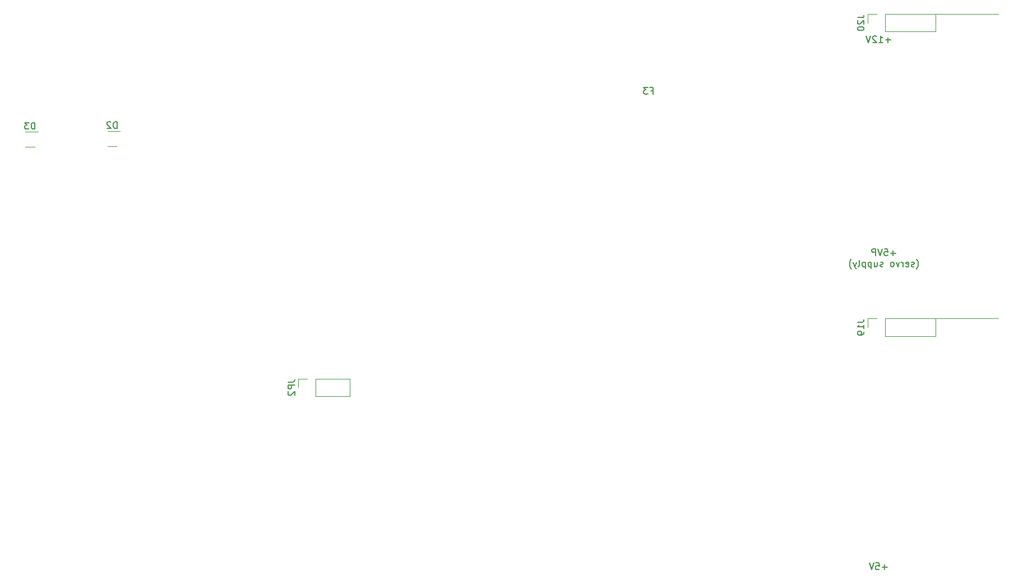
<source format=gbr>
G04 #@! TF.GenerationSoftware,KiCad,Pcbnew,(5.1.5)-3*
G04 #@! TF.CreationDate,2020-04-11T23:56:02-04:00*
G04 #@! TF.ProjectId,ventilator_shield,76656e74-696c-4617-946f-725f73686965,rev?*
G04 #@! TF.SameCoordinates,Original*
G04 #@! TF.FileFunction,Legend,Bot*
G04 #@! TF.FilePolarity,Positive*
%FSLAX46Y46*%
G04 Gerber Fmt 4.6, Leading zero omitted, Abs format (unit mm)*
G04 Created by KiCad (PCBNEW (5.1.5)-3) date 2020-04-11 23:56:02*
%MOMM*%
%LPD*%
G04 APERTURE LIST*
%ADD10C,0.150000*%
%ADD11C,0.120000*%
G04 APERTURE END LIST*
D10*
X183606314Y-119577348D02*
X182844409Y-119577348D01*
X183225361Y-119958300D02*
X183225361Y-119196396D01*
X181892028Y-118958300D02*
X182368219Y-118958300D01*
X182415838Y-119434491D01*
X182368219Y-119386872D01*
X182272980Y-119339253D01*
X182034885Y-119339253D01*
X181939647Y-119386872D01*
X181892028Y-119434491D01*
X181844409Y-119529729D01*
X181844409Y-119767824D01*
X181892028Y-119863062D01*
X181939647Y-119910681D01*
X182034885Y-119958300D01*
X182272980Y-119958300D01*
X182368219Y-119910681D01*
X182415838Y-119863062D01*
X181558695Y-118958300D02*
X181225361Y-119958300D01*
X180892028Y-118958300D01*
X184893714Y-72143348D02*
X184131809Y-72143348D01*
X184512761Y-72524300D02*
X184512761Y-71762396D01*
X183179428Y-71524300D02*
X183655619Y-71524300D01*
X183703238Y-72000491D01*
X183655619Y-71952872D01*
X183560380Y-71905253D01*
X183322285Y-71905253D01*
X183227047Y-71952872D01*
X183179428Y-72000491D01*
X183131809Y-72095729D01*
X183131809Y-72333824D01*
X183179428Y-72429062D01*
X183227047Y-72476681D01*
X183322285Y-72524300D01*
X183560380Y-72524300D01*
X183655619Y-72476681D01*
X183703238Y-72429062D01*
X182846095Y-71524300D02*
X182512761Y-72524300D01*
X182179428Y-71524300D01*
X181846095Y-72524300D02*
X181846095Y-71524300D01*
X181465142Y-71524300D01*
X181369904Y-71571920D01*
X181322285Y-71619539D01*
X181274666Y-71714777D01*
X181274666Y-71857634D01*
X181322285Y-71952872D01*
X181369904Y-72000491D01*
X181465142Y-72048110D01*
X181846095Y-72048110D01*
X188012761Y-74555253D02*
X188060380Y-74507634D01*
X188155619Y-74364777D01*
X188203238Y-74269539D01*
X188250857Y-74126681D01*
X188298476Y-73888586D01*
X188298476Y-73698110D01*
X188250857Y-73460015D01*
X188203238Y-73317158D01*
X188155619Y-73221920D01*
X188060380Y-73079062D01*
X188012761Y-73031443D01*
X187679428Y-74126681D02*
X187584190Y-74174300D01*
X187393714Y-74174300D01*
X187298476Y-74126681D01*
X187250857Y-74031443D01*
X187250857Y-73983824D01*
X187298476Y-73888586D01*
X187393714Y-73840967D01*
X187536571Y-73840967D01*
X187631809Y-73793348D01*
X187679428Y-73698110D01*
X187679428Y-73650491D01*
X187631809Y-73555253D01*
X187536571Y-73507634D01*
X187393714Y-73507634D01*
X187298476Y-73555253D01*
X186441333Y-74126681D02*
X186536571Y-74174300D01*
X186727047Y-74174300D01*
X186822285Y-74126681D01*
X186869904Y-74031443D01*
X186869904Y-73650491D01*
X186822285Y-73555253D01*
X186727047Y-73507634D01*
X186536571Y-73507634D01*
X186441333Y-73555253D01*
X186393714Y-73650491D01*
X186393714Y-73745729D01*
X186869904Y-73840967D01*
X185965142Y-74174300D02*
X185965142Y-73507634D01*
X185965142Y-73698110D02*
X185917523Y-73602872D01*
X185869904Y-73555253D01*
X185774666Y-73507634D01*
X185679428Y-73507634D01*
X185441333Y-73507634D02*
X185203238Y-74174300D01*
X184965142Y-73507634D01*
X184441333Y-74174300D02*
X184536571Y-74126681D01*
X184584190Y-74079062D01*
X184631809Y-73983824D01*
X184631809Y-73698110D01*
X184584190Y-73602872D01*
X184536571Y-73555253D01*
X184441333Y-73507634D01*
X184298476Y-73507634D01*
X184203238Y-73555253D01*
X184155619Y-73602872D01*
X184108000Y-73698110D01*
X184108000Y-73983824D01*
X184155619Y-74079062D01*
X184203238Y-74126681D01*
X184298476Y-74174300D01*
X184441333Y-74174300D01*
X182965142Y-74126681D02*
X182869904Y-74174300D01*
X182679428Y-74174300D01*
X182584190Y-74126681D01*
X182536571Y-74031443D01*
X182536571Y-73983824D01*
X182584190Y-73888586D01*
X182679428Y-73840967D01*
X182822285Y-73840967D01*
X182917523Y-73793348D01*
X182965142Y-73698110D01*
X182965142Y-73650491D01*
X182917523Y-73555253D01*
X182822285Y-73507634D01*
X182679428Y-73507634D01*
X182584190Y-73555253D01*
X181679428Y-73507634D02*
X181679428Y-74174300D01*
X182108000Y-73507634D02*
X182108000Y-74031443D01*
X182060380Y-74126681D01*
X181965142Y-74174300D01*
X181822285Y-74174300D01*
X181727047Y-74126681D01*
X181679428Y-74079062D01*
X181203238Y-73507634D02*
X181203238Y-74507634D01*
X181203238Y-73555253D02*
X181108000Y-73507634D01*
X180917523Y-73507634D01*
X180822285Y-73555253D01*
X180774666Y-73602872D01*
X180727047Y-73698110D01*
X180727047Y-73983824D01*
X180774666Y-74079062D01*
X180822285Y-74126681D01*
X180917523Y-74174300D01*
X181108000Y-74174300D01*
X181203238Y-74126681D01*
X180298476Y-73507634D02*
X180298476Y-74507634D01*
X180298476Y-73555253D02*
X180203238Y-73507634D01*
X180012761Y-73507634D01*
X179917523Y-73555253D01*
X179869904Y-73602872D01*
X179822285Y-73698110D01*
X179822285Y-73983824D01*
X179869904Y-74079062D01*
X179917523Y-74126681D01*
X180012761Y-74174300D01*
X180203238Y-74174300D01*
X180298476Y-74126681D01*
X179250857Y-74174300D02*
X179346095Y-74126681D01*
X179393714Y-74031443D01*
X179393714Y-73174300D01*
X178965142Y-73507634D02*
X178727047Y-74174300D01*
X178488952Y-73507634D02*
X178727047Y-74174300D01*
X178822285Y-74412396D01*
X178869904Y-74460015D01*
X178965142Y-74507634D01*
X178203238Y-74555253D02*
X178155619Y-74507634D01*
X178060380Y-74364777D01*
X178012761Y-74269539D01*
X177965142Y-74126681D01*
X177917523Y-73888586D01*
X177917523Y-73698110D01*
X177965142Y-73460015D01*
X178012761Y-73317158D01*
X178060380Y-73221920D01*
X178155619Y-73079062D01*
X178203238Y-73031443D01*
X184107904Y-39948348D02*
X183346000Y-39948348D01*
X183726952Y-40329300D02*
X183726952Y-39567396D01*
X182346000Y-40329300D02*
X182917428Y-40329300D01*
X182631714Y-40329300D02*
X182631714Y-39329300D01*
X182726952Y-39472158D01*
X182822190Y-39567396D01*
X182917428Y-39615015D01*
X181965047Y-39424539D02*
X181917428Y-39376920D01*
X181822190Y-39329300D01*
X181584095Y-39329300D01*
X181488857Y-39376920D01*
X181441238Y-39424539D01*
X181393619Y-39519777D01*
X181393619Y-39615015D01*
X181441238Y-39757872D01*
X182012666Y-40329300D01*
X181393619Y-40329300D01*
X181107904Y-39329300D02*
X180774571Y-40329300D01*
X180441238Y-39329300D01*
D11*
X180650000Y-82034920D02*
X180650000Y-83364920D01*
X181980000Y-82034920D02*
X180650000Y-82034920D01*
X183250000Y-82034920D02*
X183250000Y-84694920D01*
X183250000Y-84694920D02*
X190930000Y-84694920D01*
X183250000Y-82034920D02*
X200380000Y-82034920D01*
X190930000Y-82034920D02*
X190930000Y-84694920D01*
X180650000Y-36034920D02*
X180650000Y-37364920D01*
X181980000Y-36034920D02*
X180650000Y-36034920D01*
X183250000Y-36034920D02*
X183250000Y-38694920D01*
X183250000Y-38694920D02*
X190930000Y-38694920D01*
X183250000Y-36034920D02*
X200380000Y-36034920D01*
X190930000Y-36034920D02*
X190930000Y-38694920D01*
X54842000Y-56134920D02*
X53442000Y-56134920D01*
X53442000Y-53814920D02*
X55342000Y-53814920D01*
X67222000Y-56022920D02*
X65822000Y-56022920D01*
X65822000Y-53702920D02*
X67722000Y-53702920D01*
X94656000Y-91124920D02*
X94656000Y-92454920D01*
X95986000Y-91124920D02*
X94656000Y-91124920D01*
X97256000Y-91124920D02*
X97256000Y-93784920D01*
X97256000Y-93784920D02*
X102396000Y-93784920D01*
X97256000Y-91124920D02*
X102396000Y-91124920D01*
X102396000Y-91124920D02*
X102396000Y-93784920D01*
D10*
X179102380Y-82555396D02*
X179816666Y-82555396D01*
X179959523Y-82507777D01*
X180054761Y-82412539D01*
X180102380Y-82269681D01*
X180102380Y-82174443D01*
X180102380Y-83555396D02*
X180102380Y-82983967D01*
X180102380Y-83269681D02*
X179102380Y-83269681D01*
X179245238Y-83174443D01*
X179340476Y-83079205D01*
X179388095Y-82983967D01*
X180102380Y-84031586D02*
X180102380Y-84222062D01*
X180054761Y-84317300D01*
X180007142Y-84364920D01*
X179864285Y-84460158D01*
X179673809Y-84507777D01*
X179292857Y-84507777D01*
X179197619Y-84460158D01*
X179150000Y-84412539D01*
X179102380Y-84317300D01*
X179102380Y-84126824D01*
X179150000Y-84031586D01*
X179197619Y-83983967D01*
X179292857Y-83936348D01*
X179530952Y-83936348D01*
X179626190Y-83983967D01*
X179673809Y-84031586D01*
X179721428Y-84126824D01*
X179721428Y-84317300D01*
X179673809Y-84412539D01*
X179626190Y-84460158D01*
X179530952Y-84507777D01*
X179102380Y-36555396D02*
X179816666Y-36555396D01*
X179959523Y-36507777D01*
X180054761Y-36412539D01*
X180102380Y-36269681D01*
X180102380Y-36174443D01*
X179197619Y-36983967D02*
X179150000Y-37031586D01*
X179102380Y-37126824D01*
X179102380Y-37364920D01*
X179150000Y-37460158D01*
X179197619Y-37507777D01*
X179292857Y-37555396D01*
X179388095Y-37555396D01*
X179530952Y-37507777D01*
X180102380Y-36936348D01*
X180102380Y-37555396D01*
X179102380Y-38174443D02*
X179102380Y-38269681D01*
X179150000Y-38364920D01*
X179197619Y-38412539D01*
X179292857Y-38460158D01*
X179483333Y-38507777D01*
X179721428Y-38507777D01*
X179911904Y-38460158D01*
X180007142Y-38412539D01*
X180054761Y-38364920D01*
X180102380Y-38269681D01*
X180102380Y-38174443D01*
X180054761Y-38079205D01*
X180007142Y-38031586D01*
X179911904Y-37983967D01*
X179721428Y-37936348D01*
X179483333Y-37936348D01*
X179292857Y-37983967D01*
X179197619Y-38031586D01*
X179150000Y-38079205D01*
X179102380Y-38174443D01*
X54880095Y-53427300D02*
X54880095Y-52427300D01*
X54642000Y-52427300D01*
X54499142Y-52474920D01*
X54403904Y-52570158D01*
X54356285Y-52665396D01*
X54308666Y-52855872D01*
X54308666Y-52998729D01*
X54356285Y-53189205D01*
X54403904Y-53284443D01*
X54499142Y-53379681D01*
X54642000Y-53427300D01*
X54880095Y-53427300D01*
X53975333Y-52427300D02*
X53356285Y-52427300D01*
X53689619Y-52808253D01*
X53546761Y-52808253D01*
X53451523Y-52855872D01*
X53403904Y-52903491D01*
X53356285Y-52998729D01*
X53356285Y-53236824D01*
X53403904Y-53332062D01*
X53451523Y-53379681D01*
X53546761Y-53427300D01*
X53832476Y-53427300D01*
X53927714Y-53379681D01*
X53975333Y-53332062D01*
X67260095Y-53315300D02*
X67260095Y-52315300D01*
X67022000Y-52315300D01*
X66879142Y-52362920D01*
X66783904Y-52458158D01*
X66736285Y-52553396D01*
X66688666Y-52743872D01*
X66688666Y-52886729D01*
X66736285Y-53077205D01*
X66783904Y-53172443D01*
X66879142Y-53267681D01*
X67022000Y-53315300D01*
X67260095Y-53315300D01*
X66307714Y-52410539D02*
X66260095Y-52362920D01*
X66164857Y-52315300D01*
X65926761Y-52315300D01*
X65831523Y-52362920D01*
X65783904Y-52410539D01*
X65736285Y-52505777D01*
X65736285Y-52601015D01*
X65783904Y-52743872D01*
X66355333Y-53315300D01*
X65736285Y-53315300D01*
X93108380Y-91621586D02*
X93822666Y-91621586D01*
X93965523Y-91573967D01*
X94060761Y-91478729D01*
X94108380Y-91335872D01*
X94108380Y-91240634D01*
X94108380Y-92097777D02*
X93108380Y-92097777D01*
X93108380Y-92478729D01*
X93156000Y-92573967D01*
X93203619Y-92621586D01*
X93298857Y-92669205D01*
X93441714Y-92669205D01*
X93536952Y-92621586D01*
X93584571Y-92573967D01*
X93632190Y-92478729D01*
X93632190Y-92097777D01*
X93203619Y-93050158D02*
X93156000Y-93097777D01*
X93108380Y-93193015D01*
X93108380Y-93431110D01*
X93156000Y-93526348D01*
X93203619Y-93573967D01*
X93298857Y-93621586D01*
X93394095Y-93621586D01*
X93536952Y-93573967D01*
X94108380Y-93002539D01*
X94108380Y-93621586D01*
X147881333Y-47593491D02*
X148214666Y-47593491D01*
X148214666Y-48117300D02*
X148214666Y-47117300D01*
X147738476Y-47117300D01*
X147452761Y-47117300D02*
X146833714Y-47117300D01*
X147167047Y-47498253D01*
X147024190Y-47498253D01*
X146928952Y-47545872D01*
X146881333Y-47593491D01*
X146833714Y-47688729D01*
X146833714Y-47926824D01*
X146881333Y-48022062D01*
X146928952Y-48069681D01*
X147024190Y-48117300D01*
X147309904Y-48117300D01*
X147405142Y-48069681D01*
X147452761Y-48022062D01*
M02*

</source>
